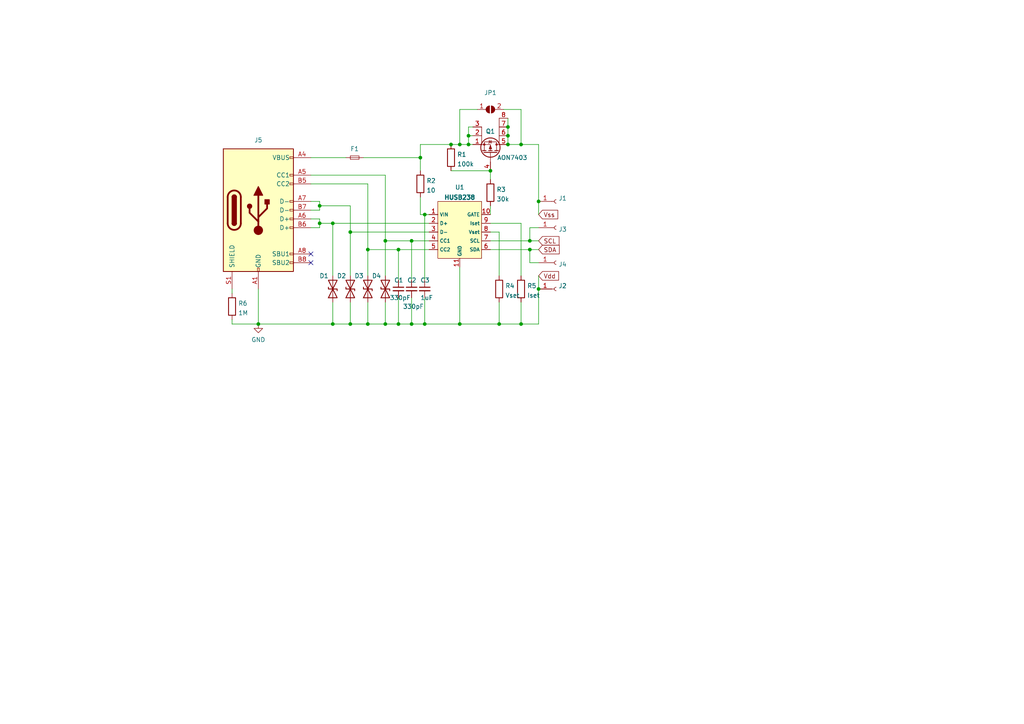
<source format=kicad_sch>
(kicad_sch (version 20211123) (generator eeschema)
  (paper "A4")
  (lib_symbols
    (symbol "Connector:Conn_01x01_Female" (pin_names (offset 1.016) hide)
      (property "Reference" "J" (at 0 2.54 0))
      (property "Value" "Conn_01x01_Female" (at 0 -2.54 0))
      (symbol "Conn_01x01_Female_1_1"
        (polyline (pts (xy -1.27 0) (xy -0.508 0)) (stroke (width 0.1524)))
        (arc (start 0 0.508) (mid -0.508 0) (end 0 -0.508) (stroke (width 0.1524)))
        (pin passive line (at -5.08 0 0) (length 3.81) (name "Pin_1") (number "1"))
      )
    )
    (symbol "Connector:USB_C_Receptacle_USB2.0" (pin_names (offset 1.016))
      (property "Reference" "J" (at -10.16 19.05 0))
      (property "Value" "USB_C_Receptacle_USB2.0" (at 19.05 19.05 0))
      (symbol "USB_C_Receptacle_USB2.0_0_0"
        (rectangle (start -0.254 -17.78) (end 0.254 -16.764))
        (rectangle (start 10.16 -14.986) (end 9.144 -15.494))
        (rectangle (start 10.16 -12.446) (end 9.144 -12.954))
        (rectangle (start 10.16 -4.826) (end 9.144 -5.334))
        (rectangle (start 10.16 -2.286) (end 9.144 -2.794))
        (rectangle (start 10.16 0.254) (end 9.144 -0.254))
        (rectangle (start 10.16 2.794) (end 9.144 2.286))
        (rectangle (start 10.16 7.874) (end 9.144 7.366))
        (rectangle (start 10.16 10.414) (end 9.144 9.906))
        (rectangle (start 10.16 15.494) (end 9.144 14.986))
      )
      (symbol "USB_C_Receptacle_USB2.0_0_1"
        (rectangle (start -10.16 17.78) (end 10.16 -17.78) (stroke (width 0.254)) (fill (type background)))
        (arc (start -8.89 -3.81) (mid -6.985 -5.715) (end -5.08 -3.81) (stroke (width 0.508)))
        (arc (start -7.62 -3.81) (mid -6.985 -4.445) (end -6.35 -3.81) (stroke (width 0.254)))
        (arc (start -7.62 -3.81) (mid -6.985 -4.445) (end -6.35 -3.81) (stroke (width 0.254)) (fill (type outline)))
        (rectangle (start -7.62 -3.81) (end -6.35 3.81) (stroke (width 0.254)) (fill (type outline)))
        (arc (start -6.35 3.81) (mid -6.985 4.445) (end -7.62 3.81) (stroke (width 0.254)))
        (arc (start -6.35 3.81) (mid -6.985 4.445) (end -7.62 3.81) (stroke (width 0.254)) (fill (type outline)))
        (arc (start -5.08 3.81) (mid -6.985 5.715) (end -8.89 3.81) (stroke (width 0.508)))
        (circle (center -2.54 1.143) (radius 0.635) (stroke (width 0.254)) (fill (type outline)))
        (circle (center 0 -5.842) (radius 1.27) (fill (type outline)))
        (polyline (pts (xy -8.89 -3.81) (xy -8.89 3.81)) (stroke (width 0.508)))
        (polyline (pts (xy -5.08 3.81) (xy -5.08 -3.81)) (stroke (width 0.508)))
        (polyline (pts (xy 0 -5.842) (xy 0 4.318)) (stroke (width 0.508)))
        (polyline (pts (xy 0 -3.302) (xy -2.54 -0.762) (xy -2.54 0.508)) (stroke (width 0.508)))
        (polyline (pts (xy 0 -2.032) (xy 2.54 0.508) (xy 2.54 1.778)) (stroke (width 0.508)))
        (polyline (pts (xy -1.27 4.318) (xy 0 6.858) (xy 1.27 4.318) (xy -1.27 4.318)) (stroke (width 0.254)) (fill (type outline)))
        (rectangle (start 1.905 1.778) (end 3.175 3.048) (stroke (width 0.254)) (fill (type outline)))
      )
      (symbol "USB_C_Receptacle_USB2.0_1_1"
        (pin passive line (at 0 -22.86 90) (length 5.08) (name "GND") (number "A1"))
        (pin passive line (at 0 -22.86 90) (length 5.08) hide (name "GND") (number "A12"))
        (pin passive line (at 15.24 15.24 180) (length 5.08) (name "VBUS") (number "A4"))
        (pin bidirectional line (at 15.24 10.16 180) (length 5.08) (name "CC1") (number "A5"))
        (pin bidirectional line (at 15.24 -2.54 180) (length 5.08) (name "D+") (number "A6"))
        (pin bidirectional line (at 15.24 2.54 180) (length 5.08) (name "D-") (number "A7"))
        (pin bidirectional line (at 15.24 -12.7 180) (length 5.08) (name "SBU1") (number "A8"))
        (pin passive line (at 15.24 15.24 180) (length 5.08) hide (name "VBUS") (number "A9"))
        (pin passive line (at 0 -22.86 90) (length 5.08) hide (name "GND") (number "B1"))
        (pin passive line (at 0 -22.86 90) (length 5.08) hide (name "GND") (number "B12"))
        (pin passive line (at 15.24 15.24 180) (length 5.08) hide (name "VBUS") (number "B4"))
        (pin bidirectional line (at 15.24 7.62 180) (length 5.08) (name "CC2") (number "B5"))
        (pin bidirectional line (at 15.24 -5.08 180) (length 5.08) (name "D+") (number "B6"))
        (pin bidirectional line (at 15.24 0 180) (length 5.08) (name "D-") (number "B7"))
        (pin bidirectional line (at 15.24 -15.24 180) (length 5.08) (name "SBU2") (number "B8"))
        (pin passive line (at 15.24 15.24 180) (length 5.08) hide (name "VBUS") (number "B9"))
        (pin passive line (at -7.62 -22.86 90) (length 5.08) (name "SHIELD") (number "S1"))
      )
    )
    (symbol "Device:C_Small" (pin_numbers hide) (pin_names (offset 0.254) hide)
      (property "Reference" "C" (at 0.254 1.778 0))
      (property "Value" "C_Small" (at 0.254 -2.032 0))
      (symbol "C_Small_0_1"
        (polyline (pts (xy -1.524 -0.508) (xy 1.524 -0.508)) (stroke (width 0.3302)))
        (polyline (pts (xy -1.524 0.508) (xy 1.524 0.508)) (stroke (width 0.3048)))
      )
      (symbol "C_Small_1_1"
        (pin passive line (at 0 2.54 270) (length 2.032) (name "~") (number "1"))
        (pin passive line (at 0 -2.54 90) (length 2.032) (name "~") (number "2"))
      )
    )
    (symbol "Device:D_TVS" (pin_numbers hide) (pin_names (offset 1.016) hide)
      (property "Reference" "D" (at 0 2.54 0))
      (property "Value" "D_TVS" (at 0 -2.54 0))
      (symbol "D_TVS_0_1"
        (polyline (pts (xy 1.27 0) (xy -1.27 0)))
        (polyline (pts (xy 0.508 1.27) (xy 0 1.27) (xy 0 -1.27) (xy -0.508 -1.27)) (stroke (width 0.254)))
        (polyline (pts (xy -2.54 1.27) (xy -2.54 -1.27) (xy 2.54 1.27) (xy 2.54 -1.27) (xy -2.54 1.27)) (stroke (width 0.254)))
      )
      (symbol "D_TVS_1_1"
        (pin passive line (at -3.81 0 0) (length 2.54) (name "A1") (number "1"))
        (pin passive line (at 3.81 0 180) (length 2.54) (name "A2") (number "2"))
      )
    )
    (symbol "Device:Fuse_Small" (pin_numbers hide) (pin_names (offset 0.254) hide)
      (property "Reference" "F" (at 0 -1.524 0))
      (property "Value" "Fuse_Small" (at 0 1.524 0))
      (symbol "Fuse_Small_0_1"
        (rectangle (start -1.27 0.508) (end 1.27 -0.508))
        (polyline (pts (xy -1.27 0) (xy 1.27 0)))
      )
      (symbol "Fuse_Small_1_1"
        (pin passive line (at -2.54 0 0) (length 1.27) (name "~") (number "1"))
        (pin passive line (at 2.54 0 180) (length 1.27) (name "~") (number "2"))
      )
    )
    (symbol "Device:R" (pin_numbers hide) (pin_names (offset 0))
      (property "Reference" "R" (at 2.032 0 90))
      (property "Value" "R" (at 0 0 90))
      (symbol "R_0_1"
        (rectangle (start -1.016 -2.54) (end 1.016 2.54) (stroke (width 0.254)))
      )
      (symbol "R_1_1"
        (pin passive line (at 0 3.81 270) (length 1.27) (name "~") (number "1"))
        (pin passive line (at 0 -3.81 90) (length 1.27) (name "~") (number "2"))
      )
    )
    (symbol "Jumper:SolderJumper_2_Open" (pin_names (offset 0) hide)
      (property "Reference" "JP" (at 0 2.032 0))
      (property "Value" "SolderJumper_2_Open" (at 0 -2.54 0))
      (symbol "SolderJumper_2_Open_0_1"
        (arc (start -0.254 1.016) (mid -1.27 0) (end -0.254 -1.016))
        (arc (start -0.254 1.016) (mid -1.27 0) (end -0.254 -1.016) (fill (type outline)))
        (polyline (pts (xy -0.254 1.016) (xy -0.254 -1.016)))
        (polyline (pts (xy 0.254 1.016) (xy 0.254 -1.016)))
        (arc (start 0.254 -1.016) (mid 1.27 0) (end 0.254 1.016))
        (arc (start 0.254 -1.016) (mid 1.27 0) (end 0.254 1.016) (fill (type outline)))
      )
      (symbol "SolderJumper_2_Open_1_1"
        (pin passive line (at -3.81 0 0) (length 2.54) (name "A") (number "1"))
        (pin passive line (at 3.81 0 180) (length 2.54) (name "B") (number "2"))
      )
    )
    (symbol "_chips:AON7403" (pin_names (offset 0) hide)
      (property "Reference" "Q" (at 5.08 1.27 0))
      (property "Value" "AON7403" (at 5.08 -1.27 0))
      (symbol "AON7403_0_1"
        (polyline (pts (xy 0.254 0) (xy -2.54 0)))
        (polyline (pts (xy 0.254 1.905) (xy 0.254 -1.905)) (stroke (width 0.254)))
        (polyline (pts (xy 0.762 -1.27) (xy 0.762 -2.286)) (stroke (width 0.254)))
        (polyline (pts (xy 0.762 0.508) (xy 0.762 -0.508)) (stroke (width 0.254)))
        (polyline (pts (xy 0.762 2.286) (xy 0.762 1.27)) (stroke (width 0.254)))
        (polyline (pts (xy 2.54 -2.54) (xy 7.62 -2.54)) (stroke (width 0.1524)))
        (polyline (pts (xy 5.08 2.54) (xy 10.16 2.54)) (stroke (width 0.1524)))
        (polyline (pts (xy 2.54 -2.54) (xy 2.54 0) (xy 0.762 0)))
        (polyline (pts (xy 5.08 2.54) (xy 2.54 2.54) (xy 2.54 1.778)))
        (polyline (pts (xy 0.762 1.778) (xy 3.302 1.778) (xy 3.302 -1.778) (xy 0.762 -1.778)))
        (polyline (pts (xy 2.286 0) (xy 1.27 0.381) (xy 1.27 -0.381) (xy 2.286 0)) (fill (type outline)))
        (polyline (pts (xy 2.794 -0.508) (xy 2.921 -0.381) (xy 3.683 -0.381) (xy 3.81 -0.254)))
        (polyline (pts (xy 3.302 -0.381) (xy 2.921 0.254) (xy 3.683 0.254) (xy 3.302 -0.381)))
        (circle (center 1.651 0) (radius 2.794) (stroke (width 0.254)))
        (circle (center 2.54 -1.778) (radius 0.254) (fill (type outline)))
        (circle (center 2.54 1.778) (radius 0.254) (fill (type outline)))
      )
      (symbol "AON7403_1_1"
        (pin passive line (at 2.54 -5.08 90) (length 2.54) (name "S") (number "1"))
        (pin passive line (at 5.08 -5.08 90) (length 2.54) (name "S") (number "2"))
        (pin passive line (at 7.62 -5.08 90) (length 2.54) (name "S") (number "3"))
        (pin input line (at -5.08 0 0) (length 2.54) (name "G") (number "4"))
        (pin passive line (at 2.54 5.08 270) (length 2.54) (name "D") (number "5"))
        (pin passive line (at 5.08 5.08 270) (length 2.54) (name "D") (number "6"))
        (pin passive line (at 7.62 5.08 270) (length 2.54) (name "D") (number "7"))
        (pin passive line (at 10.16 5.08 270) (length 2.54) (name "D") (number "8"))
      )
    )
    (symbol "_chips:HUSB238"
      (property "Reference" "U" (at -5.08 10.16 0))
      (property "Value" "HUSB238" (at 0 7.62 0))
      (symbol "HUSB238_0_0"
        (rectangle (start -6.35 8.89) (end 6.35 -7.62) (stroke (width 0.1524)) (fill (type background)))
      )
      (symbol "HUSB238_1_1"
        (pin input line (at -8.89 5.08 0) (length 2.54) (name "VIN") (number "1"))
        (pin output line (at 8.89 5.08 180) (length 2.54) (name "GATE") (number "10"))
        (pin power_out line (at 0 -10.16 90) (length 2.54) (name "GND") (number "11"))
        (pin input line (at -8.89 2.54 0) (length 2.54) (name "D+") (number "2"))
        (pin input line (at -8.89 0 0) (length 2.54) (name "D-") (number "3"))
        (pin input line (at -8.89 -2.54 0) (length 2.54) (name "CC1") (number "4"))
        (pin input line (at -8.89 -5.08 0) (length 2.54) (name "CC2") (number "5"))
        (pin bidirectional line (at 8.89 -5.08 180) (length 2.54) (name "SDA") (number "6"))
        (pin bidirectional line (at 8.89 -2.54 180) (length 2.54) (name "SCL") (number "7"))
        (pin input line (at 8.89 0 180) (length 2.54) (name "Vset") (number "8"))
        (pin input line (at 8.89 2.54 180) (length 2.54) (name "Iset") (number "9"))
      )
    )
    (symbol "power:GND" (power) (pin_names (offset 0))
      (property "Value" "GND" (at 0 -3.81 0))
      (symbol "GND_0_1"
        (polyline (pts (xy 0 0) (xy 0 -1.27) (xy 1.27 -1.27) (xy 0 -2.54) (xy -1.27 -1.27) (xy 0 -1.27)))
      )
      (symbol "GND_1_1"
        (pin power_in line (at 0 0 270) (length 0) hide (name "GND") (number "1"))
      )
    )
  )
  (junction (at 123.19 93.98))
  (junction (at 147.32 36.83))
  (junction (at 101.6 93.98))
  (junction (at 135.89 39.37))
  (junction (at 151.13 93.98))
  (junction (at 123.19 62.23))
  (junction (at 121.92 45.72))
  (junction (at 111.76 93.98))
  (junction (at 115.57 72.39))
  (junction (at 153.67 69.85))
  (junction (at 92.71 59.69))
  (junction (at 106.68 72.39))
  (junction (at 135.89 41.91))
  (junction (at 133.35 41.91))
  (junction (at 133.35 93.98))
  (junction (at 96.52 64.77))
  (junction (at 156.21 83.82))
  (junction (at 119.38 93.98))
  (junction (at 151.13 41.91))
  (junction (at 96.52 93.98))
  (junction (at 106.68 93.98))
  (junction (at 92.71 64.77))
  (junction (at 74.93 93.98))
  (junction (at 144.78 93.98))
  (junction (at 130.81 41.91))
  (junction (at 111.76 69.85))
  (junction (at 153.67 72.39))
  (junction (at 119.38 69.85))
  (junction (at 156.21 58.42))
  (junction (at 115.57 93.98))
  (junction (at 101.6 67.31))
  (junction (at 147.32 39.37))
  (junction (at 142.24 49.53))
  (junction (at 147.32 41.91))
  (no_connect (at 90.17 73.66))
  (no_connect (at 90.17 76.2))
  (wire (pts (xy 123.19 93.98) (xy 133.35 93.98)))
  (wire (pts (xy 138.43 31.75) (xy 133.35 31.75)))
  (wire (pts (xy 92.71 64.77) (xy 96.52 64.77)))
  (wire (pts (xy 147.32 34.29) (xy 147.32 36.83)))
  (wire (pts (xy 111.76 93.98) (xy 115.57 93.98)))
  (wire (pts (xy 92.71 58.42) (xy 90.17 58.42)))
  (wire (pts (xy 151.13 41.91) (xy 151.13 31.75)))
  (wire (pts (xy 156.21 41.91) (xy 156.21 58.42)))
  (wire (pts (xy 96.52 64.77) (xy 96.52 80.01)))
  (wire (pts (xy 142.24 69.85) (xy 153.67 69.85)))
  (wire (pts (xy 106.68 93.98) (xy 101.6 93.98)))
  (wire (pts (xy 111.76 50.8) (xy 111.76 69.85)))
  (wire (pts (xy 106.68 72.39) (xy 115.57 72.39)))
  (wire (pts (xy 144.78 87.63) (xy 144.78 93.98)))
  (wire (pts (xy 106.68 53.34) (xy 106.68 72.39)))
  (wire (pts (xy 137.16 39.37) (xy 135.89 39.37)))
  (wire (pts (xy 101.6 67.31) (xy 124.46 67.31)))
  (wire (pts (xy 142.24 49.53) (xy 142.24 52.07)))
  (wire (pts (xy 101.6 93.98) (xy 96.52 93.98)))
  (wire (pts (xy 67.31 93.98) (xy 74.93 93.98)))
  (wire (pts (xy 92.71 64.77) (xy 92.71 66.04)))
  (wire (pts (xy 101.6 67.31) (xy 101.6 80.01)))
  (wire (pts (xy 121.92 41.91) (xy 130.81 41.91)))
  (wire (pts (xy 151.13 31.75) (xy 146.05 31.75)))
  (wire (pts (xy 151.13 93.98) (xy 151.13 87.63)))
  (wire (pts (xy 153.67 66.04) (xy 153.67 69.85)))
  (wire (pts (xy 135.89 39.37) (xy 135.89 41.91)))
  (wire (pts (xy 121.92 62.23) (xy 123.19 62.23)))
  (wire (pts (xy 133.35 41.91) (xy 135.89 41.91)))
  (wire (pts (xy 156.21 93.98) (xy 151.13 93.98)))
  (wire (pts (xy 123.19 62.23) (xy 123.19 81.28)))
  (wire (pts (xy 121.92 57.15) (xy 121.92 62.23)))
  (wire (pts (xy 119.38 69.85) (xy 124.46 69.85)))
  (wire (pts (xy 123.19 62.23) (xy 124.46 62.23)))
  (wire (pts (xy 92.71 63.5) (xy 90.17 63.5)))
  (wire (pts (xy 105.41 45.72) (xy 121.92 45.72)))
  (wire (pts (xy 90.17 53.34) (xy 106.68 53.34)))
  (wire (pts (xy 115.57 86.36) (xy 115.57 93.98)))
  (wire (pts (xy 135.89 36.83) (xy 137.16 36.83)))
  (wire (pts (xy 133.35 31.75) (xy 133.35 41.91)))
  (wire (pts (xy 147.32 36.83) (xy 147.32 39.37)))
  (wire (pts (xy 151.13 64.77) (xy 142.24 64.77)))
  (wire (pts (xy 67.31 83.82) (xy 67.31 85.09)))
  (wire (pts (xy 121.92 45.72) (xy 121.92 49.53)))
  (wire (pts (xy 101.6 59.69) (xy 101.6 67.31)))
  (wire (pts (xy 74.93 83.82) (xy 74.93 93.98)))
  (wire (pts (xy 67.31 92.71) (xy 67.31 93.98)))
  (wire (pts (xy 147.32 41.91) (xy 151.13 41.91)))
  (wire (pts (xy 111.76 69.85) (xy 119.38 69.85)))
  (wire (pts (xy 115.57 72.39) (xy 124.46 72.39)))
  (wire (pts (xy 153.67 72.39) (xy 156.21 72.39)))
  (wire (pts (xy 106.68 72.39) (xy 106.68 80.01)))
  (wire (pts (xy 119.38 93.98) (xy 123.19 93.98)))
  (wire (pts (xy 106.68 87.63) (xy 106.68 93.98)))
  (wire (pts (xy 111.76 69.85) (xy 111.76 80.01)))
  (wire (pts (xy 119.38 86.36) (xy 119.38 93.98)))
  (wire (pts (xy 156.21 80.01) (xy 156.21 83.82)))
  (wire (pts (xy 144.78 67.31) (xy 142.24 67.31)))
  (wire (pts (xy 144.78 93.98) (xy 151.13 93.98)))
  (wire (pts (xy 96.52 87.63) (xy 96.52 93.98)))
  (wire (pts (xy 101.6 87.63) (xy 101.6 93.98)))
  (wire (pts (xy 92.71 64.77) (xy 92.71 63.5)))
  (wire (pts (xy 111.76 87.63) (xy 111.76 93.98)))
  (wire (pts (xy 151.13 80.01) (xy 151.13 64.77)))
  (wire (pts (xy 90.17 45.72) (xy 100.33 45.72)))
  (wire (pts (xy 123.19 86.36) (xy 123.19 93.98)))
  (wire (pts (xy 153.67 69.85) (xy 156.21 69.85)))
  (wire (pts (xy 142.24 59.69) (xy 142.24 62.23)))
  (wire (pts (xy 90.17 50.8) (xy 111.76 50.8)))
  (wire (pts (xy 144.78 80.01) (xy 144.78 67.31)))
  (wire (pts (xy 92.71 59.69) (xy 101.6 59.69)))
  (wire (pts (xy 133.35 93.98) (xy 144.78 93.98)))
  (wire (pts (xy 119.38 69.85) (xy 119.38 81.28)))
  (wire (pts (xy 92.71 66.04) (xy 90.17 66.04)))
  (wire (pts (xy 156.21 66.04) (xy 153.67 66.04)))
  (wire (pts (xy 96.52 64.77) (xy 124.46 64.77)))
  (wire (pts (xy 115.57 72.39) (xy 115.57 81.28)))
  (wire (pts (xy 156.21 76.2) (xy 153.67 76.2)))
  (wire (pts (xy 92.71 60.96) (xy 90.17 60.96)))
  (wire (pts (xy 111.76 93.98) (xy 106.68 93.98)))
  (wire (pts (xy 121.92 41.91) (xy 121.92 45.72)))
  (wire (pts (xy 115.57 93.98) (xy 119.38 93.98)))
  (wire (pts (xy 133.35 77.47) (xy 133.35 93.98)))
  (wire (pts (xy 147.32 39.37) (xy 147.32 41.91)))
  (wire (pts (xy 130.81 41.91) (xy 133.35 41.91)))
  (wire (pts (xy 142.24 72.39) (xy 153.67 72.39)))
  (wire (pts (xy 153.67 76.2) (xy 153.67 72.39)))
  (wire (pts (xy 92.71 59.69) (xy 92.71 58.42)))
  (wire (pts (xy 96.52 93.98) (xy 74.93 93.98)))
  (wire (pts (xy 92.71 59.69) (xy 92.71 60.96)))
  (wire (pts (xy 130.81 49.53) (xy 142.24 49.53)))
  (wire (pts (xy 137.16 41.91) (xy 135.89 41.91)))
  (wire (pts (xy 156.21 62.23) (xy 156.21 58.42)))
  (wire (pts (xy 135.89 39.37) (xy 135.89 36.83)))
  (wire (pts (xy 156.21 83.82) (xy 156.21 93.98)))
  (wire (pts (xy 151.13 41.91) (xy 156.21 41.91)))
  (global_label "SDA" (shape input) (at 156.21 72.39 0) (property "Intersheet References" "${INTERSHEET_REFS}" (effects hide)))
  (global_label "Vss" (shape input) (at 156.21 62.23 0) (property "Intersheet References" "${INTERSHEET_REFS}" (effects hide)))
  (global_label "Vdd" (shape input) (at 156.21 80.01 0) (property "Intersheet References" "${INTERSHEET_REFS}" (effects hide)))
  (global_label "SCL" (shape input) (at 156.21 69.85 0) (property "Intersheet References" "${INTERSHEET_REFS}" (effects hide)))
  (symbol (lib_id "Jumper:SolderJumper_2_Open") (at 142.24 31.75 0) (unit 1)
    (property "Reference" "JP1" (at 142.24 26.8945 0))
    (property "Value" "SolderJumper_2_Open" (effects hide))
    (property "Footprint" "Jumper:SolderJumper-2_P1.3mm_Open_RoundedPad1.0x1.5mm" (effects hide))
  )
  (symbol (lib_id "Device:D_TVS") (at 96.52 83.82 90) (unit 1)
    (property "Reference" "D1" (at 93.98 80.01 90))
    (property "Value" "D_TVS" (effects hide))
    (property "Footprint" "Resistor_SMD:R_0603_1608Metric_Pad0.98x0.95mm_HandSolder" (effects hide))
  )
  (symbol (lib_id "Device:R") (at 67.31 88.9 0) (unit 1)
    (property "Reference" "R6" (at 69.088 87.9915 0) (effects (justify left)))
    (property "Value" "1M" (at 69.088 90.7666 0) (effects (justify left)))
    (property "Footprint" "Resistor_SMD:R_0402_1005Metric_Pad0.72x0.64mm_HandSolder" (effects hide))
  )
  (symbol (lib_id "_chips:HUSB238") (at 133.35 67.31 0) (unit 1)
    (property "Reference" "U1" (at 133.35 54.3271 0))
    (property "Value" "HUSB238" (at 133.35 57.245 0) (effects (font bold)))
    (property "Footprint" "_chips:HUSB238_Hynetek" (effects hide))
  )
  (symbol (lib_id "_chips:AON7403") (at 142.24 44.45 270) (mirror x) (unit 1)
    (property "Reference" "Q1" (at 142.24 38.1 90))
    (property "Value" "AON7403" (at 148.59 45.72 90))
    (property "Footprint" "_transistors:AON7403" (effects hide))
  )
  (symbol (lib_id "Device:C_Small") (at 115.57 83.82 0) (unit 1)
    (property "Reference" "C1" (at 114.3 81.28 0) (effects (justify left)))
    (property "Value" "330pF" (at 113.03 86.36 0) (effects (justify left)))
    (property "Footprint" "Capacitor_SMD:C_0402_1005Metric_Pad0.74x0.62mm_HandSolder" (effects hide))
  )
  (symbol (lib_id "Connector:Conn_01x01_Female") (at 161.29 58.42 0) (unit 1)
    (property "Reference" "J1" (at 162.0012 57.5115 0) (effects (justify left)))
    (property "Value" "Conn_01x01_Female" (effects hide))
    (property "Footprint" "_chips:Castellated_hole_2.54" (effects hide))
  )
  (symbol (lib_id "Device:Fuse_Small") (at 102.87 45.72 0) (unit 1)
    (property "Reference" "F1" (at 102.87 43.18 0))
    (property "Value" "Fuse_Small" (effects hide))
    (property "Footprint" "_chips:FuseHolder_1808" (effects hide))
  )
  (symbol (lib_id "Connector:Conn_01x01_Female") (at 161.29 83.82 0) (unit 1)
    (property "Reference" "J2" (at 162.0012 82.9115 0) (effects (justify left)))
    (property "Value" "Conn_01x01_Female" (effects hide))
    (property "Footprint" "_chips:Castellated_hole_2.54" (effects hide))
  )
  (symbol (lib_id "Device:R") (at 142.24 55.88 0) (unit 1)
    (property "Reference" "R3" (at 144.018 54.9715 0) (effects (justify left)))
    (property "Value" "30k" (at 144.018 57.7466 0) (effects (justify left)))
    (property "Footprint" "Resistor_SMD:R_0402_1005Metric_Pad0.72x0.64mm_HandSolder" (effects hide))
  )
  (symbol (lib_id "Device:C_Small") (at 119.38 83.82 0) (unit 1)
    (property "Reference" "C2" (at 118.11 81.28 0) (effects (justify left)))
    (property "Value" "330pF" (at 116.84 88.9 0) (effects (justify left)))
    (property "Footprint" "Capacitor_SMD:C_0402_1005Metric_Pad0.74x0.62mm_HandSolder" (effects hide))
  )
  (symbol (lib_id "Device:R") (at 130.81 45.72 0) (unit 1)
    (property "Reference" "R1" (at 132.588 44.8115 0) (effects (justify left)))
    (property "Value" "100k" (at 132.588 47.5866 0) (effects (justify left)))
    (property "Footprint" "Resistor_SMD:R_0402_1005Metric_Pad0.72x0.64mm_HandSolder" (effects hide))
  )
  (symbol (lib_id "Device:R") (at 151.13 83.82 0) (unit 1)
    (property "Reference" "R5" (at 152.908 82.9115 0) (effects (justify left)))
    (property "Value" "Iset" (at 152.908 85.6866 0) (effects (justify left)))
    (property "Footprint" "Resistor_SMD:R_0805_2012Metric_Pad1.20x1.40mm_HandSolder" (effects hide))
  )
  (symbol (lib_id "Device:R") (at 144.78 83.82 0) (unit 1)
    (property "Reference" "R4" (at 146.558 82.9115 0) (effects (justify left)))
    (property "Value" "Vset" (at 146.558 85.6866 0) (effects (justify left)))
    (property "Footprint" "Resistor_SMD:R_0805_2012Metric_Pad1.20x1.40mm_HandSolder" (effects hide))
  )
  (symbol (lib_id "Device:D_TVS") (at 101.6 83.82 90) (unit 1)
    (property "Reference" "D2" (at 99.06 80.01 90))
    (property "Value" "D_TVS" (effects hide))
    (property "Footprint" "Resistor_SMD:R_0603_1608Metric_Pad0.98x0.95mm_HandSolder" (effects hide))
  )
  (symbol (lib_id "Device:D_TVS") (at 106.68 83.82 90) (unit 1)
    (property "Reference" "D3" (at 104.14 80.01 90))
    (property "Value" "D_TVS" (effects hide))
    (property "Footprint" "Resistor_SMD:R_0603_1608Metric_Pad0.98x0.95mm_HandSolder" (effects hide))
  )
  (symbol (lib_id "Device:C_Small") (at 123.19 83.82 0) (unit 1)
    (property "Reference" "C3" (at 121.92 81.28 0) (effects (justify left)))
    (property "Value" "1uF" (at 121.92 86.36 0) (effects (justify left)))
    (property "Footprint" "Capacitor_SMD:C_0402_1005Metric_Pad0.74x0.62mm_HandSolder" (effects hide))
  )
  (symbol (lib_id "Connector:Conn_01x01_Female") (at 161.29 76.2 0) (unit 1)
    (property "Reference" "J4" (at 162.0012 76.679 0) (effects (justify left)))
    (property "Value" "Conn_01x01_Female" (effects hide))
    (property "Footprint" "_chips:Castellated_hole_2.54" (effects hide))
  )
  (symbol (lib_id "Device:D_TVS") (at 111.76 83.82 90) (unit 1)
    (property "Reference" "D4" (at 109.22 80.01 90))
    (property "Value" "D_TVS" (effects hide))
    (property "Footprint" "Resistor_SMD:R_0603_1608Metric_Pad0.98x0.95mm_HandSolder" (effects hide))
  )
  (symbol (lib_id "power:GND") (at 74.93 93.98 0) (unit 1)
    (property "Reference" "#PWR0101" (effects hide))
    (property "Value" "GND" (at 74.93 98.5425 0))
  )
  (symbol (lib_id "Connector:Conn_01x01_Female") (at 161.29 66.04 0) (unit 1)
    (property "Reference" "J3" (at 162.0012 66.519 0) (effects (justify left)))
    (property "Value" "Conn_01x01_Female" (effects hide))
    (property "Footprint" "_chips:Castellated_hole_2.54" (effects hide))
  )
  (symbol (lib_id "Device:R") (at 121.92 53.34 0) (unit 1)
    (property "Reference" "R2" (at 123.698 52.4315 0) (effects (justify left)))
    (property "Value" "10" (at 123.698 55.2066 0) (effects (justify left)))
    (property "Footprint" "Resistor_SMD:R_0402_1005Metric_Pad0.72x0.64mm_HandSolder" (effects hide))
  )
  (symbol (lib_id "Connector:USB_C_Receptacle_USB2.0") (at 74.93 60.96 0) (unit 1)
    (property "Reference" "J5" (at 74.93 40.64 0))
    (property "Value" "USB_C_Receptacle_USB2.0" (effects hide))
    (property "Footprint" "_usb:TYPE_C_GCT_USB4505-03-0-A" (effects hide))
    (property "Datasheet" "https://www.usb.org/sites/default/files/documents/usb_type-c.zip" (effects hide))
  )
)
</source>
